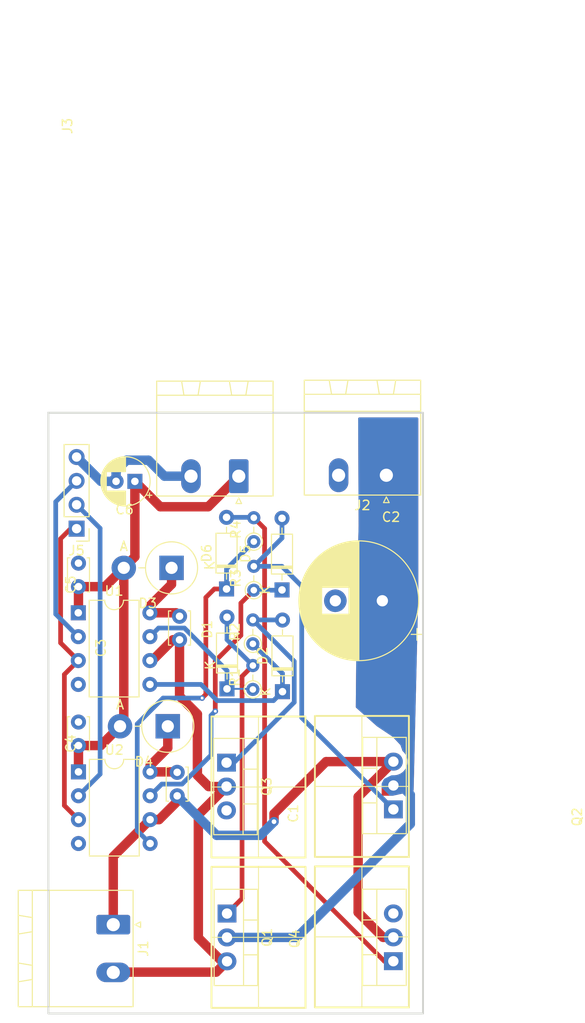
<source format=kicad_pcb>
(kicad_pcb (version 20240108) (generator "pcbnew") (generator_version "8.0")
  (layers (0 "F.Cu" signal) (31 "B.Cu" signal) (34 "B.Paste" user) (35 "F.Paste" user) (36 "B.SilkS" user "B.Silkscreen") (37 "F.SilkS" user "F.Silkscreen") (38 "B.Mask" user) (39 "F.Mask" user) (44 "Edge.Cuts" user))
  (net 0 "")
  (net 1 "Net-(D3-K)")
  (net 2 "Net-(J1-Pin_2)")
  (net 3 "GND")
  (net 4 "VDC")
  (net 5 "Net-(J1-Pin_1)")
  (net 6 "Net-(D4-K)")
  (net 7 "+12V")
  (net 8 "Net-(D1-A)")
  (net 9 "Net-(D1-K)")
  (net 10 "Net-(D2-K)")
  (net 11 "Net-(D2-A)")
  (net 12 "Net-(D5-A)")
  (net 13 "Net-(D6-K)")
  (net 14 "Net-(D6-A)")
  (net 15 "/EN")
  (net 16 "/PWM_1")
  (net 17 "/PWM_2")
  (net 18 "Net-(D5-K)")
  (footprint "Package_TO_SOT_THT:TO-220-3_Vertical" (layer "F.Cu") (at 188.45 109.27 -90)
    (property "Reference" "Q3" (at 2.54 -4.27 90) (layer "F.SilkS"))
    (property "Value" "TO-220/IRF540N")
    (pad "1" thru_hole rect (at 0 0 270) (size 1.905 2) (drill 1.1) (layers "*.Cu" "*.Mask") (net 11 "Net-(D2-A)"))
    (pad "2" thru_hole oval (at 2.54 0 270) (size 1.905 2) (drill 1.1) (layers "*.Cu" "*.Mask") (net 2 "Net-(J1-Pin_2)"))
    (pad "3" thru_hole oval (at 5.08 0 270) (size 1.905 2) (drill 1.1) (layers "*.Cu" "*.Mask") (net 3 "GND"))
  )
  (footprint "Diode_THT:D_DO-35_SOD27_P7.62mm_Horizontal" (layer "F.Cu") (at 194.4 101.72 90)
    (property "Reference" "D2" (at 3.81 -2.12 90) (layer "F.SilkS"))
    (property "Value" "SOD27/1N4148")
    (fp_text user "K" (at 0 -1.8 90) (layer "F.SilkS"))
    (pad "1" thru_hole rect (at 0 0 90) (size 1.6 1.6) (drill 0.8) (layers "*.Cu" "*.Mask") (net 10 "Net-(D2-K)"))
    (pad "2" thru_hole oval (at 7.62 0 90) (size 1.6 1.6) (drill 0.8) (layers "*.Cu" "*.Mask") (net 11 "Net-(D2-A)"))
  )
  (footprint "Package_TO_SOT_THT:TO-220-3_Vertical" (layer "F.Cu") (at 206.195 130.39 90)
    (property "Reference" "Q4" (at 2.39 -10.495 90) (layer "F.SilkS"))
    (property "Value" "TO-220/IRF540N")
    (pad "1" thru_hole rect (at 0 0 90) (size 1.905 2) (drill 1.1) (layers "*.Cu" "*.Mask") (net 14 "Net-(D6-A)"))
    (pad "2" thru_hole oval (at 2.54 0 90) (size 1.905 2) (drill 1.1) (layers "*.Cu" "*.Mask") (net 5 "Net-(J1-Pin_1)"))
    (pad "3" thru_hole oval (at 5.08 0 90) (size 1.905 2) (drill 1.1) (layers "*.Cu" "*.Mask") (net 3 "GND"))
  )
  (footprint "Connector_Phoenix_MSTB:PhoenixContact_MSTBA_2,5_2-G-5,08_1x02_P5.08mm_Horizontal" (layer "F.Cu") (at 176.4 126.5 -90)
    (property "Reference" "J1" (at 2.54 -3.2 90) (layer "F.SilkS"))
    (property "Value" "MX-5.08-2-R/2PIN")
    (pad "1" thru_hole roundrect (at 0 0 270) (size 2.08 3.6) (drill 1.4) (layers "*.Cu" "*.Mask") (roundrect_rratio 0.120192) (net 5 "Net-(J1-Pin_1)"))
    (pad "2" thru_hole oval (at 5.08 0 270) (size 2.08 3.6) (drill 1.4) (layers "*.Cu" "*.Mask") (net 2 "Net-(J1-Pin_2)"))
  )
  (footprint "Package_TO_SOT_THT:TO-220-3_Vertical" (layer "F.Cu") (at 206.2 114.24 90)
    (property "Reference" "Q2" (at -0.8 19.55 90) (layer "F.SilkS"))
    (property "Value" "TO-220/IRF540N")
    (pad "1" thru_hole rect (at 0 0 90) (size 1.905 2) (drill 1.1) (layers "*.Cu" "*.Mask") (net 12 "Net-(D5-A)"))
    (pad "2" thru_hole oval (at 2.54 0 90) (size 1.905 2) (drill 1.1) (layers "*.Cu" "*.Mask") (net 4 "VDC"))
    (pad "3" thru_hole oval (at 5.08 0 90) (size 1.905 2) (drill 1.1) (layers "*.Cu" "*.Mask") (net 5 "Net-(J1-Pin_1)"))
  )
  (footprint "Package_DIP:DIP-8_W7.62mm" (layer "F.Cu") (at 172.68 93.33)
    (property "Reference" "U1" (at 3.81 -2.33 360) (layer "F.SilkS"))
    (property "Value" "PDIP/IR2104PBF")
    (pad "1" thru_hole rect (at 0 0) (size 1.6 1.6) (drill 0.8) (layers "*.Cu" "*.Mask") (net 7 "+12V"))
    (pad "2" thru_hole oval (at 0 2.54) (size 1.6 1.6) (drill 0.8) (layers "*.Cu" "*.Mask") (net 16 "/PWM_1"))
    (pad "3" thru_hole oval (at 0 5.08) (size 1.6 1.6) (drill 0.8) (layers "*.Cu" "*.Mask") (net 15 "/EN"))
    (pad "4" thru_hole oval (at 0 7.62) (size 1.6 1.6) (drill 0.8) (layers "*.Cu" "*.Mask") (net 3 "GND"))
    (pad "5" thru_hole oval (at 7.62 7.62) (size 1.6 1.6) (drill 0.8) (layers "*.Cu" "*.Mask") (net 10 "Net-(D2-K)"))
    (pad "6" thru_hole oval (at 7.62 5.08) (size 1.6 1.6) (drill 0.8) (layers "*.Cu" "*.Mask") (net 2 "Net-(J1-Pin_2)"))
    (pad "7" thru_hole oval (at 7.62 2.54) (size 1.6 1.6) (drill 0.8) (layers "*.Cu" "*.Mask") (net 9 "Net-(D1-K)"))
    (pad "8" thru_hole oval (at 7.62 0) (size 1.6 1.6) (drill 0.8) (layers "*.Cu" "*.Mask") (net 1 "Net-(D3-K)"))
  )
  (footprint "Capacitor_THT:C_Disc_D3.4mm_W2.1mm_P2.50mm" (layer "F.Cu") (at 183.2 110.3 -90)
    (property "Reference" "C3" (at -13.233334 8.11 90) (layer "F.SilkS"))
    (property "Value" "C/330pF/50")
    (pad "1" thru_hole circle (at 0 0 270) (size 1.6 1.6) (drill 0.8) (layers "*.Cu" "*.Mask") (net 6 "Net-(D4-K)"))
    (pad "2" thru_hole circle (at 2.5 0 270) (size 1.6 1.6) (drill 0.8) (layers "*.Cu" "*.Mask") (net 5 "Net-(J1-Pin_1)"))
  )
  (footprint "Diode_THT:D_DO-201AE_P5.08mm_Vertical_AnodeUp" (layer "F.Cu") (at 182.2 105.4 180)
    (property "Reference" "D4" (at 2.54 -3.77 360) (layer "F.SilkS"))
    (property "Value" "DO201/MUR460RLG")
    (fp_text user "A" (at 5.08 2.3 360) (layer "F.SilkS"))
    (pad "1" thru_hole rect (at 0 0 180) (size 2.6 2.6) (drill 1.3) (layers "*.Cu" "*.Mask") (net 6 "Net-(D4-K)"))
    (pad "2" thru_hole oval (at 5.08 0 180) (size 2.6 2.6) (drill 1.3) (layers "*.Cu" "*.Mask") (net 7 "+12V"))
  )
  (footprint "Resistor_THT:R_Axial_DIN0204_L3.6mm_D1.6mm_P2.54mm_Vertical" (layer "F.Cu") (at 191.35 85.76 90)
    (property "Reference" "R4" (at 1.27 -1.92 90) (layer "F.SilkS"))
    (property "Value" "R/10/0.25W")
    (pad "1" thru_hole circle (at 0 0 90) (size 1.4 1.4) (drill 0.7) (layers "*.Cu" "*.Mask") (net 13 "Net-(D6-K)"))
    (pad "2" thru_hole oval (at 2.54 0 90) (size 1.4 1.4) (drill 0.7) (layers "*.Cu" "*.Mask") (net 14 "Net-(D6-A)"))
  )
  (footprint "Diode_THT:D_DO-35_SOD27_P7.62mm_Horizontal" (layer "F.Cu") (at 188.5 101.42 90)
    (property "Reference" "D1" (at 6.32 -2.0975 90) (layer "F.SilkS"))
    (property "Value" "SOD27/1N4148")
    (fp_text user "K" (at 2.51 -1.7775 90) (layer "F.SilkS"))
    (pad "1" thru_hole rect (at 0 0 90) (size 1.6 1.6) (drill 0.8) (layers "*.Cu" "*.Mask") (net 9 "Net-(D1-K)"))
    (pad "2" thru_hole oval (at 7.62 0 90) (size 1.6 1.6) (drill 0.8) (layers "*.Cu" "*.Mask") (net 8 "Net-(D1-A)"))
  )
  (footprint "Capacitor_THT:CP_Radial_D5.0mm_P2.00mm" (layer "F.Cu") (at 178.7 79.35 180)
    (property "Reference" "C6" (at 1.1 -3 360) (layer "F.SilkS"))
    (property "Value" "CP/10uF/50V")
    (pad "1" thru_hole rect (at 0 0 180) (size 1.6 1.6) (drill 0.8) (layers "*.Cu" "*.Mask") (net 7 "+12V"))
    (pad "2" thru_hole circle (at 2 0 180) (size 1.6 1.6) (drill 0.8) (layers "*.Cu" "*.Mask") (net 3 "GND"))
  )
  (footprint "Package_DIP:DIP-8_W7.62mm" (layer "F.Cu") (at 172.7 110.25)
    (property "Reference" "U2" (at 3.81 -2.33 360) (layer "F.SilkS"))
    (property "Value" "PDIP/IR2104PBF")
    (pad "1" thru_hole rect (at 0 0) (size 1.6 1.6) (drill 0.8) (layers "*.Cu" "*.Mask") (net 7 "+12V"))
    (pad "2" thru_hole oval (at 0 2.54) (size 1.6 1.6) (drill 0.8) (layers "*.Cu" "*.Mask") (net 17 "/PWM_2"))
    (pad "3" thru_hole oval (at 0 5.08) (size 1.6 1.6) (drill 0.8) (layers "*.Cu" "*.Mask") (net 15 "/EN"))
    (pad "4" thru_hole oval (at 0 7.62) (size 1.6 1.6) (drill 0.8) (layers "*.Cu" "*.Mask") (net 3 "GND"))
    (pad "5" thru_hole oval (at 7.62 7.62) (size 1.6 1.6) (drill 0.8) (layers "*.Cu" "*.Mask") (net 13 "Net-(D6-K)"))
    (pad "6" thru_hole oval (at 7.62 5.08) (size 1.6 1.6) (drill 0.8) (layers "*.Cu" "*.Mask") (net 5 "Net-(J1-Pin_1)"))
    (pad "7" thru_hole oval (at 7.62 2.54) (size 1.6 1.6) (drill 0.8) (layers "*.Cu" "*.Mask") (net 18 "Net-(D5-K)"))
    (pad "8" thru_hole oval (at 7.62 0) (size 1.6 1.6) (drill 0.8) (layers "*.Cu" "*.Mask") (net 6 "Net-(D4-K)"))
  )
  (footprint "Resistor_THT:R_Axial_DIN0204_L3.6mm_D1.6mm_P2.54mm_Vertical" (layer "F.Cu") (at 191.25 96.63 90)
    (property "Reference" "R2" (at 1.27 -1.92 90) (layer "F.SilkS"))
    (property "Value" "R/10/0.25W")
    (pad "1" thru_hole circle (at 0 0 90) (size 1.4 1.4) (drill 0.7) (layers "*.Cu" "*.Mask") (net 10 "Net-(D2-K)"))
    (pad "2" thru_hole oval (at 2.54 0 90) (size 1.4 1.4) (drill 0.7) (layers "*.Cu" "*.Mask") (net 11 "Net-(D2-A)"))
  )
  (footprint "Capacitor_THT:C_Disc_D3.4mm_W2.1mm_P2.50mm" (layer "F.Cu") (at 172.7 90.55 90)
    (property "Reference" "C5" (at 0.21 -0.8225 90) (layer "F.SilkS"))
    (property "Value" "C/100nF/50V")
    (pad "1" thru_hole circle (at 0 0 90) (size 1.6 1.6) (drill 0.8) (layers "*.Cu" "*.Mask") (net 7 "+12V"))
    (pad "2" thru_hole circle (at 2.5 0 90) (size 1.6 1.6) (drill 0.8) (layers "*.Cu" "*.Mask") (net 3 "GND"))
  )
  (footprint "Resistor_THT:R_Axial_DIN0204_L3.6mm_D1.6mm_P2.54mm_Vertical" (layer "F.Cu") (at 191.35 90.926668 90)
    (property "Reference" "R3" (at 1.27 -1.92 90) (layer "F.SilkS"))
    (property "Value" "R/10/0.25W")
    (pad "1" thru_hole circle (at 0 0 90) (size 1.4 1.4) (drill 0.7) (layers "*.Cu" "*.Mask") (net 18 "Net-(D5-K)"))
    (pad "2" thru_hole oval (at 2.54 0 90) (size 1.4 1.4) (drill 0.7) (layers "*.Cu" "*.Mask") (net 12 "Net-(D5-A)"))
  )
  (footprint "Capacitor_THT:CP_Radial_D12.5mm_P5.00mm" (layer "F.Cu") (at 205.023959 92.05 180)
    (property "Reference" "C2" (at -0.926041 8.9 360) (layer "F.SilkS"))
    (property "Value" "CP/470uF/63V")
    (pad "1" thru_hole rect (at 0 0 180) (size 2.4 2.4) (drill 1.2) (layers "*.Cu" "*.Mask") (net 4 "VDC"))
    (pad "2" thru_hole circle (at 5 0 180) (size 2.4 2.4) (drill 1.2) (layers "*.Cu" "*.Mask") (net 3 "GND"))
  )
  (footprint "Diode_THT:D_DO-35_SOD27_P7.62mm_Horizontal" (layer "F.Cu") (at 188.45 90.796668 90)
    (property "Reference" "D6" (at 3.81 -2.12 90) (layer "F.SilkS"))
    (property "Value" "SOD27/1N4148")
    (fp_text user "K" (at 2.51 -1.7775 90) (layer "F.SilkS"))
    (pad "1" thru_hole rect (at 0 0 90) (size 1.6 1.6) (drill 0.8) (layers "*.Cu" "*.Mask") (net 13 "Net-(D6-K)"))
    (pad "2" thru_hole oval (at 7.62 0 90) (size 1.6 1.6) (drill 0.8) (layers "*.Cu" "*.Mask") (net 14 "Net-(D6-A)"))
  )
  (footprint "Capacitor_THT:C_Disc_D3.4mm_W2.1mm_P2.50mm" (layer "F.Cu") (at 172.7 107.45 90)
    (property "Reference" "C4" (at 0.21 -0.8225 90) (layer "F.SilkS"))
    (property "Value" "C/100nF/50V")
    (pad "1" thru_hole circle (at 0 0 90) (size 1.6 1.6) (drill 0.8) (layers "*.Cu" "*.Mask") (net 7 "+12V"))
    (pad "2" thru_hole circle (at 2.5 0 90) (size 1.6 1.6) (drill 0.8) (layers "*.Cu" "*.Mask") (net 3 "GND"))
  )
  (footprint "Connector_PinHeader_2.54mm:PinHeader_1x04_P2.54mm_Vertical" (layer "F.Cu") (at 172.5 84.38 180)
    (property "Reference" "J5" (at 0 -2.33 360) (layer "F.SilkS"))
    (property "Value" "Conn_01x04_Pin")
    (pad "1" thru_hole rect (at 0 0 180) (size 1.7 1.7) (drill 1) (layers "*.Cu" "*.Mask") (net 15 "/EN"))
    (pad "2" thru_hole oval (at 0 2.54 180) (size 1.7 1.7) (drill 1) (layers "*.Cu" "*.Mask") (net 17 "/PWM_2"))
    (pad "3" thru_hole oval (at 0 5.08 180) (size 1.7 1.7) (drill 1) (layers "*.Cu" "*.Mask") (net 16 "/PWM_1"))
    (pad "4" thru_hole oval (at 0 7.62 180) (size 1.7 1.7) (drill 1) (layers "*.Cu" "*.Mask") (net 3 "GND"))
  )
  (footprint "Connector_Phoenix_MSTB:PhoenixContact_MSTBA_2,5_2-G-5,08_1x02_P5.08mm_Horizontal" (layer "F.Cu") (at 205.45 78.7 180)
    (property "Reference" "J2" (at 2.54 -3.2 360) (layer "F.SilkS"))
    (property "Value" "MX-5.08-2-R/2PIN")
    (pad "1" thru_hole roundrect (at 0 0 180) (size 2.08 3.6) (drill 1.4) (layers "*.Cu" "*.Mask") (roundrect_rratio 0.120192) (net 4 "VDC"))
    (pad "2" thru_hole oval (at 5.08 0 180) (size 2.08 3.6) (drill 1.4) (layers "*.Cu" "*.Mask") (net 3 "GND"))
  )
  (footprint "Connector_Phoenix_MSTB:PhoenixContact_MSTBA_2,5_2-G-5,08_1x02_P5.08mm_Horizontal" (layer "F.Cu") (at 189.75 78.8 180)
    (property "Reference" "J3" (at 18.22 37.25 90) (layer "F.SilkS"))
    (property "Value" "MX-5.08-2-R/2PIN")
    (pad "1" thru_hole roundrect (at 0 0 180) (size 2.08 3.6) (drill 1.4) (layers "*.Cu" "*.Mask") (roundrect_rratio 0.120192) (net 7 "+12V"))
    (pad "2" thru_hole oval (at 5.08 0 180) (size 2.08 3.6) (drill 1.4) (layers "*.Cu" "*.Mask") (net 3 "GND"))
  )
  (footprint "Resistor_THT:R_Axial_DIN0204_L3.6mm_D1.6mm_P2.54mm_Vertical" (layer "F.Cu") (at 191.25 101.48 90)
    (property "Reference" "R1" (at 1.27 -1.92 90) (layer "F.SilkS"))
    (property "Value" "R/10/0.25W")
    (pad "1" thru_hole circle (at 0 0 90) (size 1.4 1.4) (drill 0.7) (layers "*.Cu" "*.Mask") (net 9 "Net-(D1-K)"))
    (pad "2" thru_hole oval (at 2.54 0 90) (size 1.4 1.4) (drill 0.7) (layers "*.Cu" "*.Mask") (net 8 "Net-(D1-A)"))
  )
  (footprint "Diode_THT:D_DO-201AE_P5.08mm_Vertical_AnodeUp" (layer "F.Cu") (at 182.6 88.55 180)
    (property "Reference" "D3" (at 2.54 -3.77 360) (layer "F.SilkS"))
    (property "Value" "DO201/MUR460RLG")
    (fp_text user "A" (at 5.08 2.3 360) (layer "F.SilkS"))
    (pad "1" thru_hole rect (at 0 0 180) (size 2.6 2.6) (drill 1.3) (layers "*.Cu" "*.Mask") (net 1 "Net-(D3-K)"))
    (pad "2" thru_hole oval (at 5.08 0 180) (size 2.6 2.6) (drill 1.3) (layers "*.Cu" "*.Mask") (net 7 "+12V"))
  )
  (footprint "Package_TO_SOT_THT:TO-220-3_Vertical" (layer "F.Cu") (at 188.5 125.32 -90)
    (property "Reference" "Q1" (at 2.54 -4.27 90) (layer "F.SilkS"))
    (property "Value" "TO-220/IRF540N")
    (pad "1" thru_hole rect (at 0 0 270) (size 1.905 2) (drill 1.1) (layers "*.Cu" "*.Mask") (net 8 "Net-(D1-A)"))
    (pad "2" thru_hole oval (at 2.54 0 270) (size 1.905 2) (drill 1.1) (layers "*.Cu" "*.Mask") (net 4 "VDC"))
    (pad "3" thru_hole oval (at 5.08 0 270) (size 1.905 2) (drill 1.1) (layers "*.Cu" "*.Mask") (net 2 "Net-(J1-Pin_2)"))
  )
  (footprint "Diode_THT:D_DO-35_SOD27_P7.62mm_Horizontal" (layer "F.Cu") (at 194.35 90.896668 90)
    (property "Reference" "D5" (at 3.846668 -3.88 90) (layer "F.SilkS"))
    (property "Value" "SOD27/1N4148")
    (fp_text user "K" (at 0 -1.8 90) (layer "F.SilkS"))
    (pad "1" thru_hole rect (at 0 0 90) (size 1.6 1.6) (drill 0.8) (layers "*.Cu" "*.Mask") (net 18 "Net-(D5-K)"))
    (pad "2" thru_hole oval (at 7.62 0 90) (size 1.6 1.6) (drill 0.8) (layers "*.Cu" "*.Mask") (net 12 "Net-(D5-A)"))
  )
  (footprint "Capacitor_THT:C_Disc_D3.4mm_W2.1mm_P2.50mm" (layer "F.Cu") (at 183.45 93.7 -90)
    (property "Reference" "C1" (at 20.976666 -12.1 90) (layer "F.SilkS"))
    (property "Value" "2.54/330pF/50")
    (pad "1" thru_hole circle (at 0 0 270) (size 1.6 1.6) (drill 0.8) (layers "*.Cu" "*.Mask") (net 1 "Net-(D3-K)"))
    (pad "2" thru_hole circle (at 2.5 0 270) (size 1.6 1.6) (drill 0.8) (layers "*.Cu" "*.Mask") (net 2 "Net-(J1-Pin_2)"))
  )
  (gr_line (start 196.845 111.86) (end 186.845 111.86) (stroke (width 0.1)) (layer "F.SilkS"))
  (gr_poly (pts (xy 196.845 104.36) (xy 196.845 119.36) (xy 186.845 119.36) (xy 186.845 104.36)) (stroke (width 0.2)) (fill none) (layer "F.SilkS"))
  (gr_line (start 196.85 127.85) (end 186.85 127.85) (stroke (width 0.1)) (layer "F.SilkS"))
  (gr_line (start 202.85 135.3) (end 202.85 120.3) (stroke (width 0.1)) (layer "F.SilkS"))
  (gr_poly (pts (xy 197.85 135.3) (xy 197.85 120.3) (xy 207.85 120.3) (xy 207.85 135.3)) (stroke (width 0.2)) (fill none) (layer "F.SilkS"))
  (gr_poly (pts (xy 197.85 119.3) (xy 197.85 104.3) (xy 207.85 104.3) (xy 207.85 119.3)) (stroke (width 0.2)) (fill none) (layer "F.SilkS"))
  (gr_line (start 197.85 127.8) (end 207.85 127.8) (stroke (width 0.1)) (layer "F.SilkS"))
  (gr_line (start 202.85 119.3) (end 202.85 104.3) (stroke (width 0.1)) (layer "F.SilkS"))
  (gr_line (start 191.845 104.36) (end 191.845 119.36) (stroke (width 0.1)) (layer "F.SilkS"))
  (gr_poly (pts (xy 196.85 120.35) (xy 196.85 135.35) (xy 186.85 135.35) (xy 186.85 120.35)) (stroke (width 0.2)) (fill none) (layer "F.SilkS"))
  (gr_line (start 191.85 120.35) (end 191.85 135.35) (stroke (width 0.1)) (layer "F.SilkS"))
  (gr_line (start 197.85 111.8) (end 207.85 111.8) (stroke (width 0.1)) (layer "F.SilkS"))
  (gr_rect (start 169.5 72.05) (end 209.35 135.95) (stroke (width 0.2)) (fill none) (layer "Edge.Cuts"))
  (segment (start 169.92 28.15) (end 169.3425 28.15) (width 0) (layer "F.Cu") (net 0))
  (segment (start 180.3 93.33) (end 183.08 93.33) (width 1) (layer "F.Cu") (net 1))
  (segment (start 183.08 93.33) (end 183.45 93.7) (width 1) (layer "F.Cu") (net 1))
  (segment (start 182.6 90.3) (end 180.3 92.6) (width 1) (layer "F.Cu") (net 1))
  (segment (start 182.6 88.55) (end 182.6 90.3) (width 1) (layer "F.Cu") (net 1))
  (segment (start 180.3 92.6) (end 180.3 93.33) (width 1) (layer "F.Cu") (net 1))
  (segment (start 185.45 114.81) (end 185.45 127.9) (width 1) (layer "F.Cu") (net 2))
  (segment (start 183.45 102.2) (end 185.35 104.1) (width 1) (layer "F.Cu") (net 2))
  (segment (start 185.35 110.615) (end 186.545 111.81) (width 1) (layer "F.Cu") (net 2))
  (segment (start 188.45 111.81) (end 185.45 114.81) (width 1) (layer "F.Cu") (net 2))
  (segment (start 185.35 104.1) (end 185.35 110.615) (width 1) (layer "F.Cu") (net 2))
  (segment (start 186.545 111.81) (end 188.45 111.81) (width 1) (layer "F.Cu") (net 2))
  (segment (start 176.43 131.55) (end 176.4 131.58) (width 1) (layer "F.Cu") (net 2))
  (segment (start 188.5 130.4) (end 187.35 131.55) (width 1) (layer "F.Cu") (net 2))
  (segment (start 180.54 98.41) (end 180.3 98.41) (width 1) (layer "F.Cu") (net 2))
  (segment (start 187.95 130.4) (end 188.5 130.4) (width 1) (layer "F.Cu") (net 2))
  (segment (start 185.45 127.9) (end 187.95 130.4) (width 1) (layer "F.Cu") (net 2))
  (segment (start 187.35 131.55) (end 176.43 131.55) (width 1) (layer "F.Cu") (net 2))
  (segment (start 182.75 96.2) (end 180.54 98.41) (width 1) (layer "F.Cu") (net 2))
  (segment (start 183.45 96.2) (end 183.45 102.2) (width 1) (layer "F.Cu") (net 2))
  (segment (start 183.45 96.2) (end 182.75 96.2) (width 1) (layer "F.Cu") (net 2))
  (segment (start 206.205 125.3) (end 206.195 125.31) (width 1) (layer "F.Cu") (net 3))
  (segment (start 180.15 77.1) (end 181.85 78.8) (width 1) (layer "B.Cu") (net 3))
  (segment (start 177.81863 77.1) (end 180.15 77.1) (width 1) (layer "B.Cu") (net 3))
  (segment (start 176.7 79.35) (end 176.7 78.21863) (width 1) (layer "B.Cu") (net 3))
  (segment (start 176.7 78.21863) (end 177.81863 77.1) (width 1) (layer "B.Cu") (net 3))
  (segment (start 175.09 79.35) (end 172.5 76.76) (width 1) (layer "B.Cu") (net 3))
  (segment (start 176.7 79.35) (end 175.09 79.35) (width 1) (layer "B.Cu") (net 3))
  (segment (start 181.85 78.8) (end 184.67 78.8) (width 1) (layer "B.Cu") (net 3))
  (segment (start 205.023959 92.05) (end 205.023959 79.126041) (width 1) (layer "F.Cu") (net 4))
  (segment (start 206.29 111.79) (end 206.2 111.7) (width 1) (layer "F.Cu") (net 4))
  (segment (start 205.023959 79.126041) (end 205.45 78.7) (width 1) (layer "F.Cu") (net 4))
  (segment (start 207.0125 111.7) (end 208 112.6875) (width 1) (layer "B.Cu") (net 4))
  (segment (start 206.2 111.7) (end 207.0125 111.7) (width 1) (layer "B.Cu") (net 4))
  (segment (start 195.9325 127.86) (end 188.5 127.86) (width 1) (layer "B.Cu") (net 4))
  (segment (start 208 115.7925) (end 195.9325 127.86) (width 1) (layer "B.Cu") (net 4))
  (segment (start 208 112.6875) (end 208 115.7925) (width 1) (layer "B.Cu") (net 4))
  (segment (start 193.5 114.7) (end 193.5 115.55) (width 1) (layer "F.Cu") (net 5))
  (segment (start 183.2 112.8) (end 183.200002 112.8) (width 0.5) (layer "F.Cu") (net 5))
  (segment (start 180.32 115.33) (end 181.27 115.33) (width 1) (layer "F.Cu") (net 5))
  (segment (start 206.2 109.16) (end 202.45 112.91) (width 1) (layer "F.Cu") (net 5))
  (segment (start 181.27 115.33) (end 183.200002 113.399998) (width 1) (layer "F.Cu") (net 5))
  (segment (start 206.2 109.16) (end 199.04 109.16) (width 1) (layer "F.Cu") (net 5))
  (segment (start 199.04 109.16) (end 193.5 114.7) (width 1) (layer "F.Cu") (net 5))
  (segment (start 176.4 126.5) (end 176.4 119.25) (width 1) (layer "F.Cu") (net 5))
  (segment (start 183.200002 113.399998) (end 183.200002 112.8) (width 1) (layer "F.Cu") (net 5))
  (segment (start 176.4 119.25) (end 180.32 115.33) (width 1) (layer "F.Cu") (net 5))
  (segment (start 202.45 125.2) (end 205.1 127.85) (width 1) (layer "F.Cu") (net 5))
  (segment (start 205.1 127.85) (end 206.195 127.85) (width 1) (layer "F.Cu") (net 5))
  (segment (start 202.45 112.91) (end 202.45 125.2) (width 1) (layer "F.Cu") (net 5))
  (via (at 193.5 115.55) (size 1) (drill 0.5) (layers "F.Cu" "B.Cu") (net 5))
  (segment (start 187.4 117) (end 183.2 112.8) (width 1) (layer "B.Cu") (net 5))
  (segment (start 192.05 117) (end 187.4 117) (width 1) (layer "B.Cu") (net 5))
  (segment (start 193.5 115.55) (end 192.05 117) (width 1) (layer "B.Cu") (net 5))
  (segment (start 182.2 105.4) (end 182.2 107.7) (width 1) (layer "F.Cu") (net 6))
  (segment (start 180.32 109.58) (end 180.32 110.25) (width 1) (layer "F.Cu") (net 6))
  (segment (start 182.2 107.7) (end 180.32 109.58) (width 1) (layer "F.Cu") (net 6))
  (segment (start 180.32 110.25) (end 183.15 110.25) (width 1) (layer "F.Cu") (net 6))
  (segment (start 183.15 110.25) (end 183.2 110.3) (width 1) (layer "F.Cu") (net 6))
  (segment (start 172.7 107.45) (end 172.7 110.25) (width 1) (layer "F.Cu") (net 7))
  (segment (start 177.52 105) (end 177.12 105.4) (width 1) (layer "F.Cu") (net 7))
  (segment (start 172.7 90.55) (end 175.52 90.55) (width 1) (layer "F.Cu") (net 7))
  (segment (start 178.7 79.35) (end 181.4 82.05) (width 1) (layer "F.Cu") (net 7))
  (segment (start 175.52 90.55) (end 177.52 88.55) (width 1) (layer "F.Cu") (net 7))
  (segment (start 186.5 82.05) (end 189.75 78.8) (width 1) (layer "F.Cu") (net 7))
  (segment (start 172.7 107.45) (end 175.07 107.45) (width 1) (layer "F.Cu") (net 7))
  (segment (start 175.07 107.45) (end 177.12 105.4) (width 1) (layer "F.Cu") (net 7))
  (segment (start 178.7 87.37) (end 178.7 79.35) (width 1) (layer "F.Cu") (net 7))
  (segment (start 172.7 90.55) (end 172.7 93.31) (width 1) (layer "F.Cu") (net 7))
  (segment (start 177.52 88.55) (end 178.7 87.37) (width 1) (layer "F.Cu") (net 7))
  (segment (start 177.52 88.55) (end 177.52 105) (width 1) (layer "F.Cu") (net 7))
  (segment (start 181.4 82.05) (end 186.5 82.05) (width 1) (layer "F.Cu") (net 7))
  (segment (start 172.7 93.31) (end 172.68 93.33) (width 1) (layer "F.Cu") (net 7))
  (segment (start 188.5 125.32) (end 190.1 123.72) (width 0.5) (layer "F.Cu") (net 8))
  (segment (start 190.1 100.09) (end 191.25 98.94) (width 0.5) (layer "F.Cu") (net 8))
  (segment (start 190.1 123.72) (end 190.1 100.09) (width 0.5) (layer "F.Cu") (net 8))
  (segment (start 188.5 93.8) (end 188.5 96.19) (width 0.5) (layer "B.Cu") (net 8))
  (segment (start 188.5 96.19) (end 191.25 98.94) (width 0.5) (layer "B.Cu") (net 8))
  (segment (start 188.56 101.48) (end 188.5 101.42) (width 0.2) (layer "F.Cu") (net 9))
  (segment (start 180.3 95.87) (end 181.22 94.95) (width 0.5) (layer "B.Cu") (net 9))
  (segment (start 188.5 99.482233) (end 188.5 101.42) (width 0.5) (layer "B.Cu") (net 9))
  (segment (start 181.22 94.95) (end 183.967767 94.95) (width 0.5) (layer "B.Cu") (net 9))
  (segment (start 191.19 101.42) (end 191.25 101.48) (width 0.2) (layer "B.Cu") (net 9))
  (segment (start 183.967767 94.95) (end 188.5 99.482233) (width 0.5) (layer "B.Cu") (net 9))
  (segment (start 188.5 101.42) (end 191.19 101.42) (width 0.2) (layer "B.Cu") (net 9))
  (segment (start 194.4 99.78) (end 194.4 101.72) (width 0.5) (layer "B.Cu") (net 10))
  (segment (start 193.45 102.67) (end 187.451371 102.67) (width 0.5) (layer "B.Cu") (net 10))
  (segment (start 185.731371 100.95) (end 180.3 100.95) (width 0.5) (layer "B.Cu") (net 10))
  (segment (start 194.4 101.72) (end 193.45 102.67) (width 0.5) (layer "B.Cu") (net 10))
  (segment (start 187.451371 102.67) (end 185.731371 100.95) (width 0.5) (layer "B.Cu") (net 10))
  (segment (start 191.25 96.63) (end 194.4 99.78) (width 0.5) (layer "B.Cu") (net 10))
  (segment (start 188.53 109.35) (end 188.45 109.27) (width 0.5) (layer "B.Cu") (net 11))
  (segment (start 191.25 94.09) (end 195.65 98.49) (width 0.5) (layer "B.Cu") (net 11))
  (segment (start 194.39 94.09) (end 194.4 94.1) (width 0.5) (layer "B.Cu") (net 11))
  (segment (start 195.65 98.49) (end 195.65 102.85) (width 0.5) (layer "B.Cu") (net 11))
  (segment (start 189.15 109.35) (end 188.53 109.35) (width 0.5) (layer "B.Cu") (net 11))
  (segment (start 191.25 94.09) (end 194.39 94.09) (width 0.5) (layer "B.Cu") (net 11))
  (segment (start 195.65 102.85) (end 189.15 109.35) (width 0.5) (layer "B.Cu") (net 11))
  (segment (start 191.35 88.386668) (end 194.35 85.386668) (width 0.5) (layer "B.Cu") (net 12))
  (segment (start 196.45 90.496668) (end 196.45 104.49) (width 0.5) (layer "B.Cu") (net 12))
  (segment (start 194.34 88.386668) (end 196.45 90.496668) (width 0.5) (layer "B.Cu") (net 12))
  (segment (start 194.35 85.386668) (end 194.35 83.276668) (width 0.5) (layer "B.Cu") (net 12))
  (segment (start 191.35 88.386668) (end 194.34 88.386668) (width 0.5) (layer "B.Cu") (net 12))
  (segment (start 196.45 104.49) (end 206.2 114.24) (width 0.5) (layer "B.Cu") (net 12))
  (segment (start 186.25 91.696668) (end 186.25 102) (width 0.5) (layer "F.Cu") (net 13))
  (segment (start 187.15 90.796668) (end 186.25 91.696668) (width 0.5) (layer "F.Cu") (net 13))
  (segment (start 186.25 102) (end 185.85 102.4) (width 0.5) (layer "F.Cu") (net 13))
  (segment (start 188.45 90.796668) (end 187.15 90.796668) (width 0.5) (layer "F.Cu") (net 13))
  (via (at 185.85 102.4) (size 0.6) (drill 0.3) (layers "F.Cu" "B.Cu") (net 13))
  (segment (start 178.95 105.15) (end 181.7 102.4) (width 0.5) (layer "B.Cu") (net 13))
  (segment (start 178.95 116.5) (end 178.95 105.15) (width 0.5) (layer "B.Cu") (net 13))
  (segment (start 181.7 102.4) (end 185.85 102.4) (width 0.5) (layer "B.Cu") (net 13))
  (segment (start 191.35 85.76) (end 188.45 88.66) (width 0.5) (layer "B.Cu") (net 13))
  (segment (start 188.45 88.66) (end 188.45 90.796668) (width 0.5) (layer "B.Cu") (net 13))
  (segment (start 180.32 117.87) (end 178.95 116.5) (width 0.5) (layer "B.Cu") (net 13))
  (segment (start 192.5 117.65) (end 205.24 130.39) (width 0.5) (layer "F.Cu") (net 14))
  (segment (start 192.5 84.37) (end 192.5 117.65) (width 0.5) (layer "F.Cu") (net 14))
  (segment (start 191.35 83.22) (end 192.5 84.37) (width 0.5) (layer "F.Cu") (net 14))
  (segment (start 205.24 130.39) (end 206.195 130.39) (width 0.5) (layer "F.Cu") (net 14))
  (segment (start 188.45 83.176668) (end 191.306668 83.176668) (width 0.5) (layer "B.Cu") (net 14))
  (segment (start 191.306668 83.176668) (end 191.35 83.22) (width 0.5) (layer "B.Cu") (net 14))
  (segment (start 172.5 84.38) (end 171.87 84.38) (width 0.5) (layer "F.Cu") (net 15))
  (segment (start 170.8 85.45) (end 170.8 96.53) (width 0.5) (layer "F.Cu") (net 15))
  (segment (start 172.68 98.41) (end 171.2 99.89) (width 0.5) (layer "F.Cu") (net 15))
  (segment (start 171.2 99.89) (end 171.2 113.83) (width 0.5) (layer "F.Cu") (net 15))
  (segment (start 171.87 84.38) (end 170.8 85.45) (width 0.5) (layer "F.Cu") (net 15))
  (segment (start 170.8 96.53) (end 172.68 98.41) (width 0.5) (layer "F.Cu") (net 15))
  (segment (start 171.2 113.83) (end 172.7 115.33) (width 0.5) (layer "F.Cu") (net 15))
  (segment (start 172.5 79.3) (end 170.28 81.52) (width 0.5) (layer "B.Cu") (net 16))
  (segment (start 170.28 81.52) (end 170.28 93.47) (width 0.5) (layer "B.Cu") (net 16))
  (segment (start 170.28 93.47) (end 172.68 95.87) (width 0.5) (layer "B.Cu") (net 16))
  (segment (start 175 110.49) (end 172.7 112.79) (width 0.5) (layer "B.Cu") (net 17))
  (segment (start 175 84.34) (end 175 110.49) (width 0.5) (layer "B.Cu") (net 17))
  (segment (start 172.5 81.84) (end 175 84.34) (width 0.5) (layer "B.Cu") (net 17))
  (segment (start 189.976668 92.3) (end 189.976668 95.729829) (width 0.5) (layer "F.Cu") (net 18))
  (segment (start 187.250006 98.456491) (end 187.250006 103.800006) (width 0.5) (layer "F.Cu") (net 18))
  (segment (start 191.35 90.926668) (end 189.976668 92.3) (width 0.5) (layer "F.Cu") (net 18))
  (segment (start 189.976668 95.729829) (end 187.250006 98.456491) (width 0.5) (layer "F.Cu") (net 18))
  (via (at 187.250006 103.800006) (size 0.6) (drill 0.3) (layers "F.Cu" "B.Cu") (net 18))
  (segment (start 186.8 104.250012) (end 187.250006 103.800006) (width 0.5) (layer "B.Cu") (net 18))
  (segment (start 191.35 90.926668) (end 194.32 90.926668) (width 0.5) (layer "B.Cu") (net 18))
  (segment (start 183.717767 111.55) (end 186.8 108.467767) (width 0.5) (layer "B.Cu") (net 18))
  (segment (start 194.32 90.926668) (end 194.35 90.896668) (width 0.5) (layer "B.Cu") (net 18))
  (segment (start 181.56 111.55) (end 183.717767 111.55) (width 0.5) (layer "B.Cu") (net 18))
  (segment (start 186.8 108.467767) (end 186.8 104.250012) (width 0.5) (layer "B.Cu") (net 18))
  (segment (start 180.32 112.79) (end 181.56 111.55) (width 0.5) (layer "B.Cu") (net 18))
  (zone (net 4) (net_name "VDC") (layers "F&B.Cu") (connect_pads yes (clearance 0.5)) (min_thickness 0.25) (fill yes (thermal_gap 0.5) (thermal_bridge_width 0.5))
    (polygon (pts (xy 202.45 71.85) (xy 202.5 84.1) (xy 202.3 92.4) (xy 202.2 103.4) (xy 204.45 105.4) (xy 206.1 106.5) (xy 206.95 107.4) (xy 207.6 109.25) (xy 207.15 110.05) (xy 205.2 111) (xy 204.95 111.5) (xy 204.95 113.05) (xy 208.35 112.3) (xy 209.3 72.1)))
  )
)
</source>
